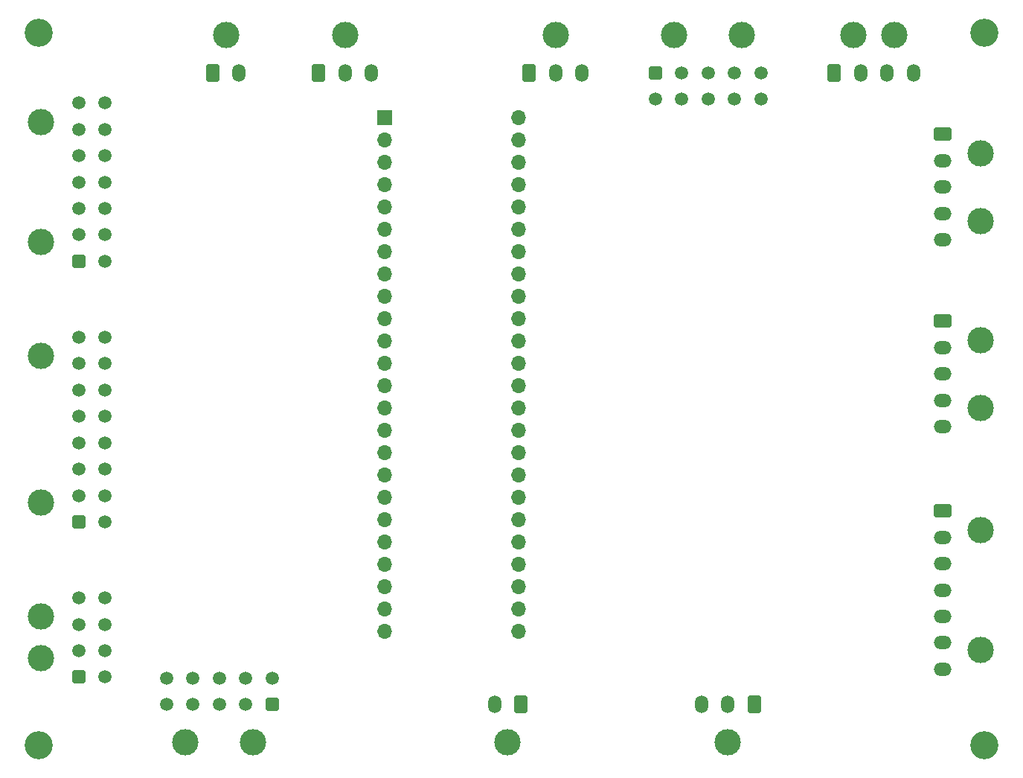
<source format=gbr>
%TF.GenerationSoftware,KiCad,Pcbnew,7.0.6*%
%TF.CreationDate,2024-01-09T11:46:40-08:00*%
%TF.ProjectId,microcontroller_board,6d696372-6f63-46f6-9e74-726f6c6c6572,rev?*%
%TF.SameCoordinates,Original*%
%TF.FileFunction,Soldermask,Bot*%
%TF.FilePolarity,Negative*%
%FSLAX46Y46*%
G04 Gerber Fmt 4.6, Leading zero omitted, Abs format (unit mm)*
G04 Created by KiCad (PCBNEW 7.0.6) date 2024-01-09 11:46:40*
%MOMM*%
%LPD*%
G01*
G04 APERTURE LIST*
G04 Aperture macros list*
%AMRoundRect*
0 Rectangle with rounded corners*
0 $1 Rounding radius*
0 $2 $3 $4 $5 $6 $7 $8 $9 X,Y pos of 4 corners*
0 Add a 4 corners polygon primitive as box body*
4,1,4,$2,$3,$4,$5,$6,$7,$8,$9,$2,$3,0*
0 Add four circle primitives for the rounded corners*
1,1,$1+$1,$2,$3*
1,1,$1+$1,$4,$5*
1,1,$1+$1,$6,$7*
1,1,$1+$1,$8,$9*
0 Add four rect primitives between the rounded corners*
20,1,$1+$1,$2,$3,$4,$5,0*
20,1,$1+$1,$4,$5,$6,$7,0*
20,1,$1+$1,$6,$7,$8,$9,0*
20,1,$1+$1,$8,$9,$2,$3,0*%
G04 Aperture macros list end*
%ADD10C,3.200000*%
%ADD11C,3.000000*%
%ADD12RoundRect,0.250001X-0.759999X0.499999X-0.759999X-0.499999X0.759999X-0.499999X0.759999X0.499999X0*%
%ADD13O,2.020000X1.500000*%
%ADD14RoundRect,0.250001X-0.499999X-0.759999X0.499999X-0.759999X0.499999X0.759999X-0.499999X0.759999X0*%
%ADD15O,1.500000X2.020000*%
%ADD16RoundRect,0.250001X0.499999X-0.499999X0.499999X0.499999X-0.499999X0.499999X-0.499999X-0.499999X0*%
%ADD17C,1.500000*%
%ADD18RoundRect,0.250001X0.499999X0.759999X-0.499999X0.759999X-0.499999X-0.759999X0.499999X-0.759999X0*%
%ADD19RoundRect,0.250001X0.499999X0.499999X-0.499999X0.499999X-0.499999X-0.499999X0.499999X-0.499999X0*%
%ADD20R,1.700000X1.700000*%
%ADD21O,1.700000X1.700000*%
%ADD22RoundRect,0.250001X-0.499999X-0.499999X0.499999X-0.499999X0.499999X0.499999X-0.499999X0.499999X0*%
G04 APERTURE END LIST*
D10*
%TO.C,MK2*%
X200422400Y-53781000D03*
%TD*%
D11*
%TO.C,J7*%
X200025000Y-88759400D03*
X200025000Y-96459400D03*
D12*
X195705000Y-86609400D03*
D13*
X195705000Y-89609400D03*
X195705000Y-92609400D03*
X195705000Y-95609400D03*
X195705000Y-98609400D03*
%TD*%
D11*
%TO.C,J5*%
X185500000Y-54055000D03*
X190200000Y-54055000D03*
D14*
X183350000Y-58375000D03*
D15*
X186350000Y-58375000D03*
X189350000Y-58375000D03*
X192350000Y-58375000D03*
%TD*%
D11*
%TO.C,J2*%
X93030000Y-107284600D03*
X93030000Y-90584600D03*
D16*
X97350000Y-109444600D03*
D17*
X97350000Y-106444600D03*
X97350000Y-103444600D03*
X97350000Y-100444600D03*
X97350000Y-97444600D03*
X97350000Y-94444600D03*
X97350000Y-91444600D03*
X97350000Y-88444600D03*
X100350000Y-109444600D03*
X100350000Y-106444600D03*
X100350000Y-103444600D03*
X100350000Y-100444600D03*
X100350000Y-97444600D03*
X100350000Y-94444600D03*
X100350000Y-91444600D03*
X100350000Y-88444600D03*
%TD*%
D11*
%TO.C,J16*%
X151625000Y-54055000D03*
D14*
X148625000Y-58375000D03*
D15*
X151625000Y-58375000D03*
X154625000Y-58375000D03*
%TD*%
D11*
%TO.C,J14*%
X171219400Y-134509200D03*
D18*
X174219400Y-130189200D03*
D15*
X171219400Y-130189200D03*
X168219400Y-130189200D03*
%TD*%
D11*
%TO.C,J6*%
X200025000Y-67525000D03*
X200025000Y-75225000D03*
D12*
X195705000Y-65375000D03*
D13*
X195705000Y-68375000D03*
X195705000Y-71375000D03*
X195705000Y-74375000D03*
X195705000Y-77375000D03*
%TD*%
D10*
%TO.C,MK1*%
X92769400Y-53781000D03*
%TD*%
D11*
%TO.C,J8*%
X200025000Y-110352200D03*
X200025000Y-124052200D03*
D12*
X195705000Y-108202200D03*
D13*
X195705000Y-111202200D03*
X195705000Y-114202200D03*
X195705000Y-117202200D03*
X195705000Y-120202200D03*
X195705000Y-123202200D03*
X195705000Y-126202200D03*
%TD*%
D11*
%TO.C,J13*%
X114100000Y-54055000D03*
D14*
X112600000Y-58375000D03*
D15*
X115600000Y-58375000D03*
%TD*%
D11*
%TO.C,J10*%
X93030000Y-124929200D03*
X93030000Y-120229200D03*
D16*
X97350000Y-127089200D03*
D17*
X97350000Y-124089200D03*
X97350000Y-121089200D03*
X97350000Y-118089200D03*
X100350000Y-127089200D03*
X100350000Y-124089200D03*
X100350000Y-121089200D03*
X100350000Y-118089200D03*
%TD*%
D11*
%TO.C,J15*%
X117195600Y-134509200D03*
X109495600Y-134509200D03*
D19*
X119355600Y-130189200D03*
D17*
X116355600Y-130189200D03*
X113355600Y-130189200D03*
X110355600Y-130189200D03*
X107355600Y-130189200D03*
X119355600Y-127189200D03*
X116355600Y-127189200D03*
X113355600Y-127189200D03*
X110355600Y-127189200D03*
X107355600Y-127189200D03*
%TD*%
D20*
%TO.C,U1*%
X132130000Y-63450000D03*
D21*
X132130000Y-65990000D03*
X132130000Y-68530000D03*
X132130000Y-71070000D03*
X132130000Y-73610000D03*
X132130000Y-76150000D03*
X132130000Y-78690000D03*
X132130000Y-81230000D03*
X132130000Y-83770000D03*
X132130000Y-86310000D03*
X132130000Y-88850000D03*
X132130000Y-91390000D03*
X132130000Y-93930000D03*
X132130000Y-96470000D03*
X132130000Y-99010000D03*
X132130000Y-101550000D03*
X132130000Y-104090000D03*
X132130000Y-106630000D03*
X132130000Y-109170000D03*
X132130000Y-111710000D03*
X132130000Y-114250000D03*
X132130000Y-116790000D03*
X132130000Y-119330000D03*
X132130000Y-121870000D03*
X147370000Y-121870000D03*
X147370000Y-119330000D03*
X147370000Y-116790000D03*
X147370000Y-114250000D03*
X147370000Y-111710000D03*
X147370000Y-109170000D03*
X147370000Y-106630000D03*
X147370000Y-104090000D03*
X147370000Y-101550000D03*
X147370000Y-99010000D03*
X147370000Y-96470000D03*
X147370000Y-93930000D03*
X147370000Y-91390000D03*
X147370000Y-88850000D03*
X147370000Y-86310000D03*
X147370000Y-83770000D03*
X147370000Y-81230000D03*
X147370000Y-78690000D03*
X147370000Y-76150000D03*
X147370000Y-73610000D03*
X147370000Y-71070000D03*
X147370000Y-68530000D03*
X147370000Y-65990000D03*
X147370000Y-63450000D03*
%TD*%
D10*
%TO.C,MK3*%
X92769400Y-134865000D03*
%TD*%
D11*
%TO.C,J11*%
X127650000Y-54055000D03*
D14*
X124650000Y-58375000D03*
D15*
X127650000Y-58375000D03*
X130650000Y-58375000D03*
%TD*%
D11*
%TO.C,J9*%
X165147500Y-54055000D03*
X172847500Y-54055000D03*
D22*
X162987500Y-58375000D03*
D17*
X165987500Y-58375000D03*
X168987500Y-58375000D03*
X171987500Y-58375000D03*
X174987500Y-58375000D03*
X162987500Y-61375000D03*
X165987500Y-61375000D03*
X168987500Y-61375000D03*
X171987500Y-61375000D03*
X174987500Y-61375000D03*
%TD*%
D11*
%TO.C,J12*%
X146175000Y-134509200D03*
D18*
X147675000Y-130189200D03*
D15*
X144675000Y-130189200D03*
%TD*%
D10*
%TO.C,MK4*%
X200422400Y-134865000D03*
%TD*%
D11*
%TO.C,J1*%
X93030000Y-77640000D03*
X93030000Y-63940000D03*
D16*
X97350000Y-79800000D03*
D17*
X97350000Y-76800000D03*
X97350000Y-73800000D03*
X97350000Y-70800000D03*
X97350000Y-67800000D03*
X97350000Y-64800000D03*
X97350000Y-61800000D03*
X100350000Y-79800000D03*
X100350000Y-76800000D03*
X100350000Y-73800000D03*
X100350000Y-70800000D03*
X100350000Y-67800000D03*
X100350000Y-64800000D03*
X100350000Y-61800000D03*
%TD*%
M02*

</source>
